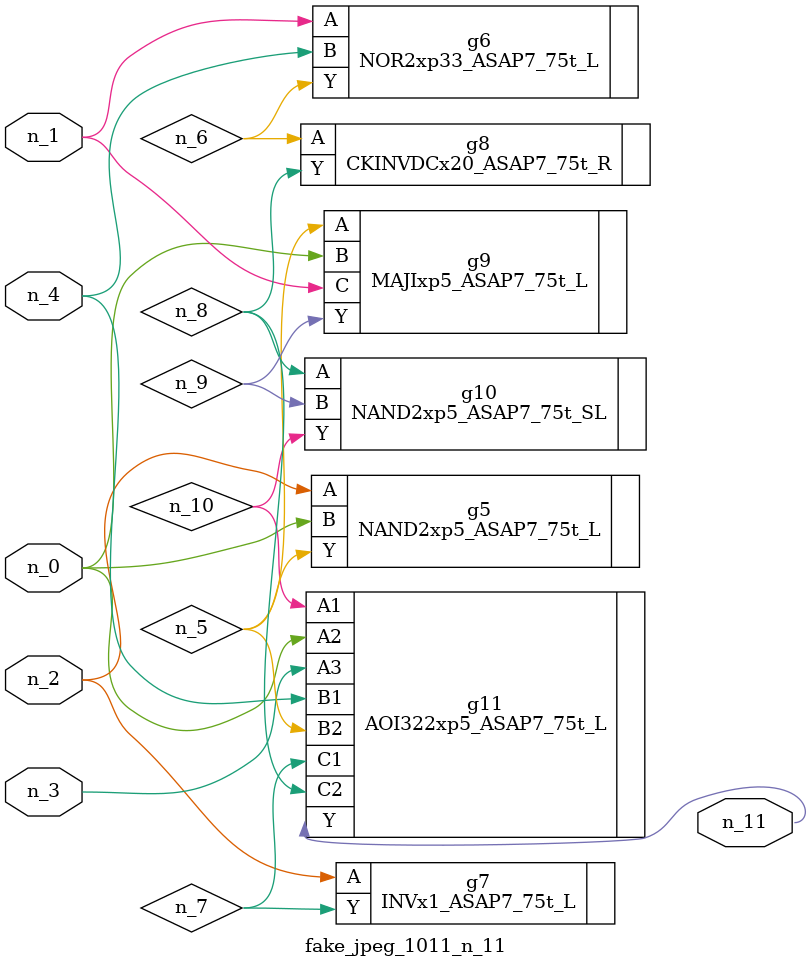
<source format=v>
module fake_jpeg_1011_n_11 (n_3, n_2, n_1, n_0, n_4, n_11);

input n_3;
input n_2;
input n_1;
input n_0;
input n_4;

output n_11;

wire n_10;
wire n_8;
wire n_9;
wire n_6;
wire n_5;
wire n_7;

NAND2xp5_ASAP7_75t_L g5 ( 
.A(n_2),
.B(n_0),
.Y(n_5)
);

NOR2xp33_ASAP7_75t_L g6 ( 
.A(n_1),
.B(n_4),
.Y(n_6)
);

INVx1_ASAP7_75t_L g7 ( 
.A(n_2),
.Y(n_7)
);

CKINVDCx20_ASAP7_75t_R g8 ( 
.A(n_6),
.Y(n_8)
);

NAND2xp5_ASAP7_75t_SL g10 ( 
.A(n_8),
.B(n_9),
.Y(n_10)
);

MAJIxp5_ASAP7_75t_L g9 ( 
.A(n_5),
.B(n_0),
.C(n_1),
.Y(n_9)
);

AOI322xp5_ASAP7_75t_L g11 ( 
.A1(n_10),
.A2(n_0),
.A3(n_3),
.B1(n_4),
.B2(n_5),
.C1(n_7),
.C2(n_8),
.Y(n_11)
);


endmodule
</source>
